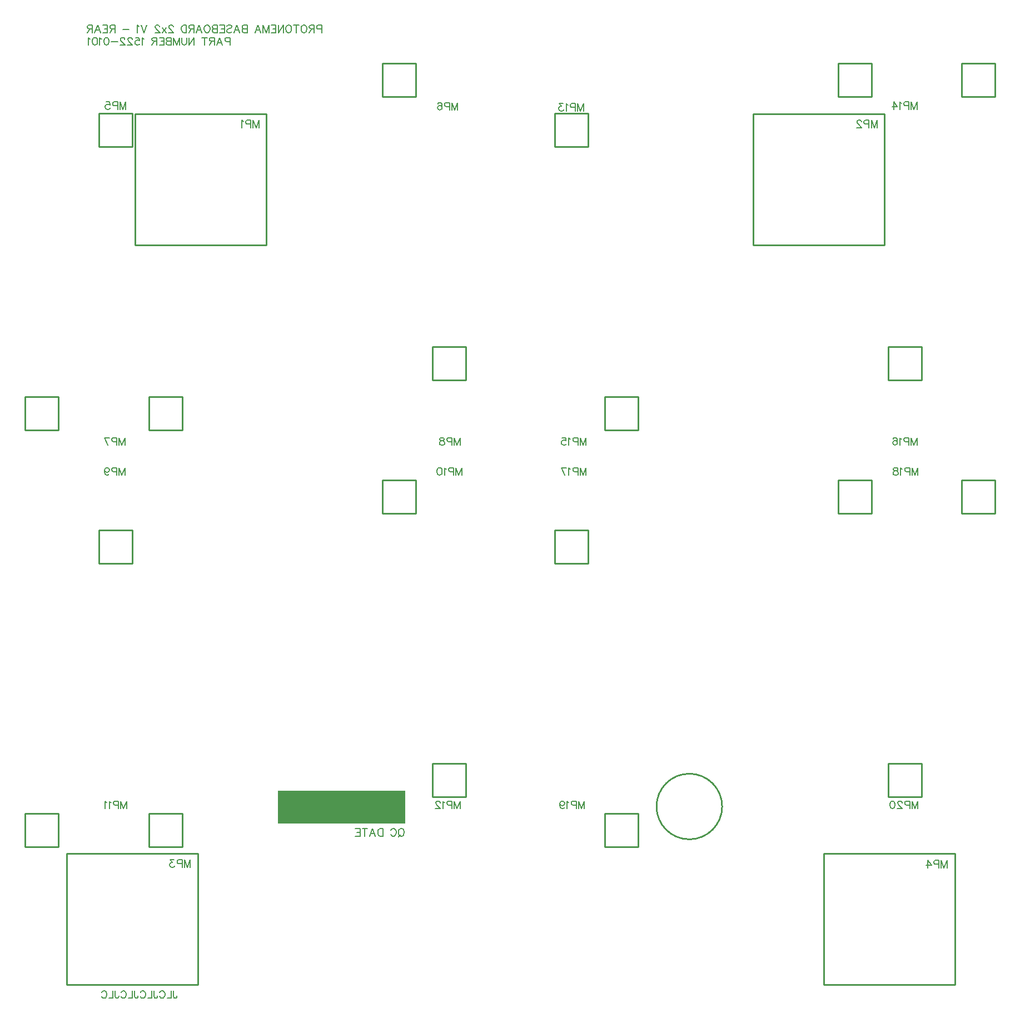
<source format=gbo>
G04 Layer: BottomSilkscreenLayer*
G04 EasyEDA v6.5.22, 2022-12-22 23:10:47*
G04 4902e46d55d74f8ba2e09136355efd4f,5a6b42c53f6a479593ecc07194224c93,10*
G04 Gerber Generator version 0.2*
G04 Scale: 100 percent, Rotated: No, Reflected: No *
G04 Dimensions in millimeters *
G04 leading zeros omitted , absolute positions ,4 integer and 5 decimal *
%FSLAX45Y45*%
%MOMM*%

%ADD10C,0.2032*%
%ADD11C,0.1524*%
%ADD12C,0.1520*%
%ADD13C,0.2540*%

%LPD*%
D10*
X8102600Y8782489D02*
G01*
X8102600Y8667945D01*
X8102600Y8782489D02*
G01*
X8058962Y8667945D01*
X8015328Y8782489D02*
G01*
X8058962Y8667945D01*
X8015328Y8782489D02*
G01*
X8015328Y8667945D01*
X7979328Y8782489D02*
G01*
X7979328Y8667945D01*
X7979328Y8782489D02*
G01*
X7930235Y8782489D01*
X7913872Y8777036D01*
X7908419Y8771582D01*
X7902963Y8760673D01*
X7902963Y8744308D01*
X7908419Y8733399D01*
X7913872Y8727945D01*
X7930235Y8722489D01*
X7979328Y8722489D01*
X7790600Y8782489D02*
G01*
X7845145Y8667945D01*
X7866964Y8782489D02*
G01*
X7790600Y8782489D01*
X13208000Y8782489D02*
G01*
X13208000Y8667945D01*
X13208000Y8782489D02*
G01*
X13164362Y8667945D01*
X13120728Y8782489D02*
G01*
X13164362Y8667945D01*
X13120728Y8782489D02*
G01*
X13120728Y8667945D01*
X13084728Y8782489D02*
G01*
X13084728Y8667945D01*
X13084728Y8782489D02*
G01*
X13035635Y8782489D01*
X13019272Y8777036D01*
X13013819Y8771582D01*
X13008363Y8760673D01*
X13008363Y8744308D01*
X13013819Y8733399D01*
X13019272Y8727945D01*
X13035635Y8722489D01*
X13084728Y8722489D01*
X12945092Y8782489D02*
G01*
X12961454Y8777036D01*
X12966910Y8766126D01*
X12966910Y8755217D01*
X12961454Y8744308D01*
X12950545Y8738854D01*
X12928727Y8733399D01*
X12912364Y8727945D01*
X12901455Y8717036D01*
X12896000Y8706126D01*
X12896000Y8689764D01*
X12901455Y8678854D01*
X12906910Y8673399D01*
X12923273Y8667945D01*
X12945092Y8667945D01*
X12961454Y8673399D01*
X12966910Y8678854D01*
X12972364Y8689764D01*
X12972364Y8706126D01*
X12966910Y8717036D01*
X12956000Y8727945D01*
X12939636Y8733399D01*
X12917817Y8738854D01*
X12906910Y8744308D01*
X12901455Y8755217D01*
X12901455Y8766126D01*
X12906910Y8777036D01*
X12923273Y8782489D01*
X12945092Y8782489D01*
X8102600Y8325289D02*
G01*
X8102600Y8210745D01*
X8102600Y8325289D02*
G01*
X8058962Y8210745D01*
X8015328Y8325289D02*
G01*
X8058962Y8210745D01*
X8015328Y8325289D02*
G01*
X8015328Y8210745D01*
X7979328Y8325289D02*
G01*
X7979328Y8210745D01*
X7979328Y8325289D02*
G01*
X7930235Y8325289D01*
X7913872Y8319836D01*
X7908419Y8314382D01*
X7902963Y8303473D01*
X7902963Y8287108D01*
X7908419Y8276198D01*
X7913872Y8270745D01*
X7930235Y8265289D01*
X7979328Y8265289D01*
X7796055Y8287108D02*
G01*
X7801510Y8270745D01*
X7812417Y8259836D01*
X7828782Y8254382D01*
X7834236Y8254382D01*
X7850601Y8259836D01*
X7861510Y8270745D01*
X7866964Y8287108D01*
X7866964Y8292564D01*
X7861510Y8308926D01*
X7850601Y8319836D01*
X7834236Y8325289D01*
X7828782Y8325289D01*
X7812417Y8319836D01*
X7801510Y8308926D01*
X7796055Y8287108D01*
X7796055Y8259836D01*
X7801510Y8232564D01*
X7812417Y8216198D01*
X7828782Y8210745D01*
X7839692Y8210745D01*
X7856054Y8216198D01*
X7861510Y8227108D01*
X13233400Y8325289D02*
G01*
X13233400Y8210745D01*
X13233400Y8325289D02*
G01*
X13189762Y8210745D01*
X13146128Y8325289D02*
G01*
X13189762Y8210745D01*
X13146128Y8325289D02*
G01*
X13146128Y8210745D01*
X13110128Y8325289D02*
G01*
X13110128Y8210745D01*
X13110128Y8325289D02*
G01*
X13061035Y8325289D01*
X13044672Y8319836D01*
X13039219Y8314382D01*
X13033763Y8303473D01*
X13033763Y8287108D01*
X13039219Y8276199D01*
X13044672Y8270745D01*
X13061035Y8265289D01*
X13110128Y8265289D01*
X12997764Y8303473D02*
G01*
X12986854Y8308926D01*
X12970492Y8325289D01*
X12970492Y8210745D01*
X12901764Y8325289D02*
G01*
X12918127Y8319836D01*
X12929036Y8303473D01*
X12934490Y8276199D01*
X12934490Y8259836D01*
X12929036Y8232564D01*
X12918127Y8216199D01*
X12901764Y8210745D01*
X12890855Y8210745D01*
X12874490Y8216199D01*
X12863583Y8232564D01*
X12858127Y8259836D01*
X12858127Y8276199D01*
X12863583Y8303473D01*
X12874490Y8319836D01*
X12890855Y8325289D01*
X12901764Y8325289D01*
X8128000Y3245289D02*
G01*
X8128000Y3130745D01*
X8128000Y3245289D02*
G01*
X8084362Y3130745D01*
X8040728Y3245289D02*
G01*
X8084362Y3130745D01*
X8040728Y3245289D02*
G01*
X8040728Y3130745D01*
X8004728Y3245289D02*
G01*
X8004728Y3130745D01*
X8004728Y3245289D02*
G01*
X7955635Y3245289D01*
X7939272Y3239836D01*
X7933819Y3234382D01*
X7928363Y3223473D01*
X7928363Y3207108D01*
X7933819Y3196198D01*
X7939272Y3190745D01*
X7955635Y3185289D01*
X8004728Y3185289D01*
X7892364Y3223473D02*
G01*
X7881454Y3228926D01*
X7865092Y3245289D01*
X7865092Y3130745D01*
X7829090Y3223473D02*
G01*
X7818183Y3228926D01*
X7801818Y3245289D01*
X7801818Y3130745D01*
X15125700Y8782489D02*
G01*
X15125700Y8667945D01*
X15125700Y8782489D02*
G01*
X15082062Y8667945D01*
X15038428Y8782489D02*
G01*
X15082062Y8667945D01*
X15038428Y8782489D02*
G01*
X15038428Y8667945D01*
X15002428Y8782489D02*
G01*
X15002428Y8667945D01*
X15002428Y8782489D02*
G01*
X14953335Y8782489D01*
X14936972Y8777036D01*
X14931519Y8771582D01*
X14926063Y8760673D01*
X14926063Y8744308D01*
X14931519Y8733399D01*
X14936972Y8727945D01*
X14953335Y8722489D01*
X15002428Y8722489D01*
X14890064Y8760673D02*
G01*
X14879154Y8766126D01*
X14862792Y8782489D01*
X14862792Y8667945D01*
X14761336Y8782489D02*
G01*
X14815883Y8782489D01*
X14821336Y8733399D01*
X14815883Y8738854D01*
X14799518Y8744308D01*
X14783155Y8744308D01*
X14766790Y8738854D01*
X14755883Y8727945D01*
X14750427Y8711582D01*
X14750427Y8700673D01*
X14755883Y8684308D01*
X14766790Y8673399D01*
X14783155Y8667945D01*
X14799518Y8667945D01*
X14815883Y8673399D01*
X14821336Y8678854D01*
X14826790Y8689764D01*
X20167600Y8782489D02*
G01*
X20167600Y8667945D01*
X20167600Y8782489D02*
G01*
X20123962Y8667945D01*
X20080328Y8782489D02*
G01*
X20123962Y8667945D01*
X20080328Y8782489D02*
G01*
X20080328Y8667945D01*
X20044328Y8782489D02*
G01*
X20044328Y8667945D01*
X20044328Y8782489D02*
G01*
X19995235Y8782489D01*
X19978872Y8777036D01*
X19973419Y8771582D01*
X19967963Y8760673D01*
X19967963Y8744308D01*
X19973419Y8733398D01*
X19978872Y8727945D01*
X19995235Y8722489D01*
X20044328Y8722489D01*
X19931964Y8760673D02*
G01*
X19921054Y8766126D01*
X19904692Y8782489D01*
X19904692Y8667945D01*
X19803236Y8766126D02*
G01*
X19808690Y8777036D01*
X19825055Y8782489D01*
X19835964Y8782489D01*
X19852327Y8777036D01*
X19863236Y8760673D01*
X19868690Y8733398D01*
X19868690Y8706126D01*
X19863236Y8684308D01*
X19852327Y8673398D01*
X19835964Y8667945D01*
X19830508Y8667945D01*
X19814146Y8673398D01*
X19803236Y8684308D01*
X19797783Y8700673D01*
X19797783Y8706126D01*
X19803236Y8722489D01*
X19814146Y8733398D01*
X19830508Y8738854D01*
X19835964Y8738854D01*
X19852327Y8733398D01*
X19863236Y8722489D01*
X19868690Y8706126D01*
X15126995Y8325289D02*
G01*
X15126995Y8210745D01*
X15126995Y8325289D02*
G01*
X15083358Y8210745D01*
X15039723Y8325289D02*
G01*
X15083358Y8210745D01*
X15039723Y8325289D02*
G01*
X15039723Y8210745D01*
X15003724Y8325289D02*
G01*
X15003724Y8210745D01*
X15003724Y8325289D02*
G01*
X14954631Y8325289D01*
X14938268Y8319836D01*
X14932814Y8314382D01*
X14927359Y8303473D01*
X14927359Y8287108D01*
X14932814Y8276199D01*
X14938268Y8270745D01*
X14954631Y8265289D01*
X15003724Y8265289D01*
X14891359Y8303473D02*
G01*
X14880450Y8308926D01*
X14864087Y8325289D01*
X14864087Y8210745D01*
X14751723Y8325289D02*
G01*
X14806269Y8210745D01*
X14828085Y8325289D02*
G01*
X14751723Y8325289D01*
X20180300Y8325289D02*
G01*
X20180300Y8210745D01*
X20180300Y8325289D02*
G01*
X20136662Y8210745D01*
X20093028Y8325289D02*
G01*
X20136662Y8210745D01*
X20093028Y8325289D02*
G01*
X20093028Y8210745D01*
X20057028Y8325289D02*
G01*
X20057028Y8210745D01*
X20057028Y8325289D02*
G01*
X20007935Y8325289D01*
X19991572Y8319836D01*
X19986119Y8314382D01*
X19980663Y8303473D01*
X19980663Y8287108D01*
X19986119Y8276198D01*
X19991572Y8270745D01*
X20007935Y8265289D01*
X20057028Y8265289D01*
X19944664Y8303473D02*
G01*
X19933754Y8308926D01*
X19917392Y8325289D01*
X19917392Y8210745D01*
X19854118Y8325289D02*
G01*
X19870483Y8319836D01*
X19875936Y8308926D01*
X19875936Y8298017D01*
X19870483Y8287108D01*
X19859574Y8281654D01*
X19837755Y8276198D01*
X19821390Y8270745D01*
X19810483Y8259836D01*
X19805027Y8248926D01*
X19805027Y8232564D01*
X19810483Y8221654D01*
X19815936Y8216198D01*
X19832299Y8210745D01*
X19854118Y8210745D01*
X19870483Y8216198D01*
X19875936Y8221654D01*
X19881390Y8232564D01*
X19881390Y8248926D01*
X19875936Y8259836D01*
X19865027Y8270745D01*
X19848664Y8276198D01*
X19826846Y8281654D01*
X19815936Y8287108D01*
X19810483Y8298017D01*
X19810483Y8308926D01*
X19815936Y8319836D01*
X19832299Y8325289D01*
X19854118Y8325289D01*
X15100300Y3245289D02*
G01*
X15100300Y3130745D01*
X15100300Y3245289D02*
G01*
X15056662Y3130745D01*
X15013028Y3245289D02*
G01*
X15056662Y3130745D01*
X15013028Y3245289D02*
G01*
X15013028Y3130745D01*
X14977028Y3245289D02*
G01*
X14977028Y3130745D01*
X14977028Y3245289D02*
G01*
X14927935Y3245289D01*
X14911572Y3239836D01*
X14906119Y3234382D01*
X14900663Y3223473D01*
X14900663Y3207108D01*
X14906119Y3196198D01*
X14911572Y3190745D01*
X14927935Y3185289D01*
X14977028Y3185289D01*
X14864664Y3223473D02*
G01*
X14853754Y3228926D01*
X14837392Y3245289D01*
X14837392Y3130745D01*
X14730483Y3207108D02*
G01*
X14735936Y3190745D01*
X14746846Y3179836D01*
X14763208Y3174382D01*
X14768664Y3174382D01*
X14785027Y3179836D01*
X14795936Y3190745D01*
X14801390Y3207108D01*
X14801390Y3212564D01*
X14795936Y3228926D01*
X14785027Y3239836D01*
X14768664Y3245289D01*
X14763208Y3245289D01*
X14746846Y3239836D01*
X14735936Y3228926D01*
X14730483Y3207108D01*
X14730483Y3179836D01*
X14735936Y3152564D01*
X14746846Y3136198D01*
X14763208Y3130745D01*
X14774118Y3130745D01*
X14790483Y3136198D01*
X14795936Y3147108D01*
X20180300Y3245289D02*
G01*
X20180300Y3130745D01*
X20180300Y3245289D02*
G01*
X20136662Y3130745D01*
X20093028Y3245289D02*
G01*
X20136662Y3130745D01*
X20093028Y3245289D02*
G01*
X20093028Y3130745D01*
X20057028Y3245289D02*
G01*
X20057028Y3130745D01*
X20057028Y3245289D02*
G01*
X20007935Y3245289D01*
X19991572Y3239836D01*
X19986119Y3234382D01*
X19980663Y3223473D01*
X19980663Y3207108D01*
X19986119Y3196199D01*
X19991572Y3190745D01*
X20007935Y3185289D01*
X20057028Y3185289D01*
X19939210Y3218017D02*
G01*
X19939210Y3223473D01*
X19933754Y3234382D01*
X19928300Y3239836D01*
X19917392Y3245289D01*
X19895573Y3245289D01*
X19884664Y3239836D01*
X19879210Y3234382D01*
X19873755Y3223473D01*
X19873755Y3212564D01*
X19879210Y3201654D01*
X19890117Y3185289D01*
X19944664Y3130745D01*
X19868300Y3130745D01*
X19799574Y3245289D02*
G01*
X19815936Y3239836D01*
X19826846Y3223473D01*
X19832300Y3196199D01*
X19832300Y3179836D01*
X19826846Y3152564D01*
X19815936Y3136199D01*
X19799574Y3130745D01*
X19788665Y3130745D01*
X19772299Y3136199D01*
X19761390Y3152564D01*
X19755937Y3179836D01*
X19755937Y3196199D01*
X19761390Y3223473D01*
X19772299Y3239836D01*
X19788665Y3245289D01*
X19799574Y3245289D01*
X13208000Y3245289D02*
G01*
X13208000Y3130745D01*
X13208000Y3245289D02*
G01*
X13164362Y3130745D01*
X13120728Y3245289D02*
G01*
X13164362Y3130745D01*
X13120728Y3245289D02*
G01*
X13120728Y3130745D01*
X13084728Y3245289D02*
G01*
X13084728Y3130745D01*
X13084728Y3245289D02*
G01*
X13035635Y3245289D01*
X13019272Y3239836D01*
X13013819Y3234382D01*
X13008363Y3223473D01*
X13008363Y3207108D01*
X13013819Y3196199D01*
X13019272Y3190745D01*
X13035635Y3185289D01*
X13084728Y3185289D01*
X12972364Y3223473D02*
G01*
X12961454Y3228926D01*
X12945092Y3245289D01*
X12945092Y3130745D01*
X12903636Y3218017D02*
G01*
X12903636Y3223473D01*
X12898183Y3234382D01*
X12892727Y3239836D01*
X12881818Y3245289D01*
X12860000Y3245289D01*
X12849090Y3239836D01*
X12843636Y3234382D01*
X12838183Y3223473D01*
X12838183Y3212564D01*
X12843636Y3201654D01*
X12854546Y3185289D01*
X12909090Y3130745D01*
X12832727Y3130745D01*
D11*
X12324372Y2826189D02*
G01*
X12335281Y2820736D01*
X12346190Y2809826D01*
X12351646Y2798917D01*
X12357100Y2782554D01*
X12357100Y2755282D01*
X12351646Y2738917D01*
X12346190Y2728008D01*
X12335281Y2717098D01*
X12324372Y2711645D01*
X12302553Y2711645D01*
X12291646Y2717098D01*
X12280737Y2728008D01*
X12275281Y2738917D01*
X12269828Y2755282D01*
X12269828Y2782554D01*
X12275281Y2798917D01*
X12280737Y2809826D01*
X12291646Y2820736D01*
X12302553Y2826189D01*
X12324372Y2826189D01*
X12308009Y2733464D02*
G01*
X12275281Y2700736D01*
X12152010Y2798917D02*
G01*
X12157463Y2809826D01*
X12168372Y2820736D01*
X12179282Y2826189D01*
X12201100Y2826189D01*
X12212010Y2820736D01*
X12222919Y2809826D01*
X12228372Y2798917D01*
X12233828Y2782554D01*
X12233828Y2755282D01*
X12228372Y2738917D01*
X12222919Y2728008D01*
X12212010Y2717098D01*
X12201100Y2711645D01*
X12179282Y2711645D01*
X12168372Y2717098D01*
X12157463Y2728008D01*
X12152010Y2738917D01*
X12032010Y2826189D02*
G01*
X12032010Y2711645D01*
X12032010Y2826189D02*
G01*
X11993829Y2826189D01*
X11977463Y2820736D01*
X11966554Y2809826D01*
X11961101Y2798917D01*
X11955645Y2782554D01*
X11955645Y2755282D01*
X11961101Y2738917D01*
X11966554Y2728008D01*
X11977463Y2717098D01*
X11993829Y2711645D01*
X12032010Y2711645D01*
X11876011Y2826189D02*
G01*
X11919645Y2711645D01*
X11876011Y2826189D02*
G01*
X11832374Y2711645D01*
X11903283Y2749826D02*
G01*
X11848736Y2749826D01*
X11758190Y2826189D02*
G01*
X11758190Y2711645D01*
X11796374Y2826189D02*
G01*
X11720009Y2826189D01*
X11684010Y2826189D02*
G01*
X11684010Y2711645D01*
X11684010Y2826189D02*
G01*
X11613100Y2826189D01*
X11684010Y2771645D02*
G01*
X11640372Y2771645D01*
X11684010Y2711645D02*
G01*
X11613100Y2711645D01*
D10*
X9098102Y2351184D02*
G01*
X9098102Y2236640D01*
X9098102Y2351184D02*
G01*
X9054465Y2236640D01*
X9010830Y2351184D02*
G01*
X9054465Y2236640D01*
X9010830Y2351184D02*
G01*
X9010830Y2236640D01*
X8974830Y2351184D02*
G01*
X8974830Y2236640D01*
X8974830Y2351184D02*
G01*
X8925737Y2351184D01*
X8909375Y2345730D01*
X8903921Y2340277D01*
X8898465Y2329367D01*
X8898465Y2313002D01*
X8903921Y2302093D01*
X8909375Y2296640D01*
X8925737Y2291184D01*
X8974830Y2291184D01*
X8851557Y2351184D02*
G01*
X8791557Y2351184D01*
X8824285Y2307549D01*
X8807919Y2307549D01*
X8797013Y2302093D01*
X8791557Y2296640D01*
X8786103Y2280277D01*
X8786103Y2269368D01*
X8791557Y2253002D01*
X8802466Y2242093D01*
X8818829Y2236640D01*
X8835194Y2236640D01*
X8851557Y2242093D01*
X8857013Y2247549D01*
X8862466Y2258458D01*
X20624800Y2343589D02*
G01*
X20624800Y2229045D01*
X20624800Y2343589D02*
G01*
X20581162Y2229045D01*
X20537528Y2343589D02*
G01*
X20581162Y2229045D01*
X20537528Y2343589D02*
G01*
X20537528Y2229045D01*
X20501528Y2343589D02*
G01*
X20501528Y2229045D01*
X20501528Y2343589D02*
G01*
X20452435Y2343589D01*
X20436072Y2338136D01*
X20430619Y2332682D01*
X20425163Y2321773D01*
X20425163Y2305408D01*
X20430619Y2294498D01*
X20436072Y2289045D01*
X20452435Y2283589D01*
X20501528Y2283589D01*
X20334617Y2343589D02*
G01*
X20389164Y2267226D01*
X20307345Y2267226D01*
X20334617Y2343589D02*
G01*
X20334617Y2229045D01*
X20167600Y13900589D02*
G01*
X20167600Y13786045D01*
X20167600Y13900589D02*
G01*
X20123962Y13786045D01*
X20080328Y13900589D02*
G01*
X20123962Y13786045D01*
X20080328Y13900589D02*
G01*
X20080328Y13786045D01*
X20044328Y13900589D02*
G01*
X20044328Y13786045D01*
X20044328Y13900589D02*
G01*
X19995235Y13900589D01*
X19978872Y13895136D01*
X19973419Y13889682D01*
X19967963Y13878773D01*
X19967963Y13862408D01*
X19973419Y13851498D01*
X19978872Y13846045D01*
X19995235Y13840589D01*
X20044328Y13840589D01*
X19931964Y13878773D02*
G01*
X19921054Y13884226D01*
X19904692Y13900589D01*
X19904692Y13786045D01*
X19814146Y13900589D02*
G01*
X19868690Y13824226D01*
X19786874Y13824226D01*
X19814146Y13900589D02*
G01*
X19814146Y13786045D01*
X15087600Y13875189D02*
G01*
X15087600Y13760645D01*
X15087600Y13875189D02*
G01*
X15043962Y13760645D01*
X15000328Y13875189D02*
G01*
X15043962Y13760645D01*
X15000328Y13875189D02*
G01*
X15000328Y13760645D01*
X14964328Y13875189D02*
G01*
X14964328Y13760645D01*
X14964328Y13875189D02*
G01*
X14915235Y13875189D01*
X14898872Y13869736D01*
X14893419Y13864282D01*
X14887963Y13853373D01*
X14887963Y13837008D01*
X14893419Y13826098D01*
X14898872Y13820645D01*
X14915235Y13815189D01*
X14964328Y13815189D01*
X14851964Y13853373D02*
G01*
X14841054Y13858826D01*
X14824692Y13875189D01*
X14824692Y13760645D01*
X14777783Y13875189D02*
G01*
X14717783Y13875189D01*
X14750508Y13831554D01*
X14734146Y13831554D01*
X14723236Y13826098D01*
X14717783Y13820645D01*
X14712327Y13804282D01*
X14712327Y13793373D01*
X14717783Y13777008D01*
X14728690Y13766098D01*
X14745055Y13760645D01*
X14761418Y13760645D01*
X14777783Y13766098D01*
X14783236Y13771554D01*
X14788690Y13782464D01*
X13169900Y13887889D02*
G01*
X13169900Y13773345D01*
X13169900Y13887889D02*
G01*
X13126262Y13773345D01*
X13082628Y13887889D02*
G01*
X13126262Y13773345D01*
X13082628Y13887889D02*
G01*
X13082628Y13773345D01*
X13046628Y13887889D02*
G01*
X13046628Y13773345D01*
X13046628Y13887889D02*
G01*
X12997535Y13887889D01*
X12981172Y13882436D01*
X12975719Y13876982D01*
X12970263Y13866073D01*
X12970263Y13849708D01*
X12975719Y13838798D01*
X12981172Y13833345D01*
X12997535Y13827889D01*
X13046628Y13827889D01*
X12868810Y13871526D02*
G01*
X12874264Y13882436D01*
X12890627Y13887889D01*
X12901536Y13887889D01*
X12917901Y13882436D01*
X12928810Y13866073D01*
X12934264Y13838798D01*
X12934264Y13811526D01*
X12928810Y13789708D01*
X12917901Y13778798D01*
X12901536Y13773345D01*
X12896082Y13773345D01*
X12879717Y13778798D01*
X12868810Y13789708D01*
X12863355Y13806073D01*
X12863355Y13811526D01*
X12868810Y13827889D01*
X12879717Y13838798D01*
X12896082Y13844254D01*
X12901536Y13844254D01*
X12917901Y13838798D01*
X12928810Y13827889D01*
X12934264Y13811526D01*
X8115300Y13900589D02*
G01*
X8115300Y13786045D01*
X8115300Y13900589D02*
G01*
X8071662Y13786045D01*
X8028028Y13900589D02*
G01*
X8071662Y13786045D01*
X8028028Y13900589D02*
G01*
X8028028Y13786045D01*
X7992028Y13900589D02*
G01*
X7992028Y13786045D01*
X7992028Y13900589D02*
G01*
X7942935Y13900589D01*
X7926572Y13895136D01*
X7921119Y13889682D01*
X7915663Y13878773D01*
X7915663Y13862408D01*
X7921119Y13851498D01*
X7926572Y13846045D01*
X7942935Y13840589D01*
X7992028Y13840589D01*
X7814210Y13900589D02*
G01*
X7868754Y13900589D01*
X7874210Y13851498D01*
X7868754Y13856954D01*
X7852392Y13862408D01*
X7836027Y13862408D01*
X7819664Y13856954D01*
X7808755Y13846045D01*
X7803301Y13829682D01*
X7803301Y13818773D01*
X7808755Y13802408D01*
X7819664Y13791498D01*
X7836027Y13786045D01*
X7852392Y13786045D01*
X7868754Y13791498D01*
X7874210Y13796954D01*
X7879664Y13807864D01*
X9702800Y14878489D02*
G01*
X9702800Y14763945D01*
X9702800Y14878489D02*
G01*
X9653709Y14878489D01*
X9637346Y14873036D01*
X9631890Y14867582D01*
X9626437Y14856673D01*
X9626437Y14840308D01*
X9631890Y14829399D01*
X9637346Y14823945D01*
X9653709Y14818489D01*
X9702800Y14818489D01*
X9546800Y14878489D02*
G01*
X9590435Y14763945D01*
X9546800Y14878489D02*
G01*
X9503163Y14763945D01*
X9574072Y14802126D02*
G01*
X9519528Y14802126D01*
X9467164Y14878489D02*
G01*
X9467164Y14763945D01*
X9467164Y14878489D02*
G01*
X9418073Y14878489D01*
X9401710Y14873036D01*
X9396255Y14867582D01*
X9390800Y14856673D01*
X9390800Y14845764D01*
X9396255Y14834854D01*
X9401710Y14829399D01*
X9418073Y14823945D01*
X9467164Y14823945D01*
X9428982Y14823945D02*
G01*
X9390800Y14763945D01*
X9316618Y14878489D02*
G01*
X9316618Y14763945D01*
X9354800Y14878489D02*
G01*
X9278437Y14878489D01*
X9158437Y14878489D02*
G01*
X9158437Y14763945D01*
X9158437Y14878489D02*
G01*
X9082074Y14763945D01*
X9082074Y14878489D02*
G01*
X9082074Y14763945D01*
X9046072Y14878489D02*
G01*
X9046072Y14796673D01*
X9040619Y14780308D01*
X9029710Y14769399D01*
X9013347Y14763945D01*
X9002438Y14763945D01*
X8986072Y14769399D01*
X8975166Y14780308D01*
X8969710Y14796673D01*
X8969710Y14878489D01*
X8933710Y14878489D02*
G01*
X8933710Y14763945D01*
X8933710Y14878489D02*
G01*
X8890073Y14763945D01*
X8846438Y14878489D02*
G01*
X8890073Y14763945D01*
X8846438Y14878489D02*
G01*
X8846438Y14763945D01*
X8810437Y14878489D02*
G01*
X8810437Y14763945D01*
X8810437Y14878489D02*
G01*
X8761346Y14878489D01*
X8744983Y14873036D01*
X8739530Y14867582D01*
X8734074Y14856673D01*
X8734074Y14845764D01*
X8739530Y14834854D01*
X8744983Y14829399D01*
X8761346Y14823945D01*
X8810437Y14823945D02*
G01*
X8761346Y14823945D01*
X8744983Y14818489D01*
X8739530Y14813036D01*
X8734074Y14802126D01*
X8734074Y14785764D01*
X8739530Y14774854D01*
X8744983Y14769399D01*
X8761346Y14763945D01*
X8810437Y14763945D01*
X8698075Y14878489D02*
G01*
X8698075Y14763945D01*
X8698075Y14878489D02*
G01*
X8627165Y14878489D01*
X8698075Y14823945D02*
G01*
X8654437Y14823945D01*
X8698075Y14763945D02*
G01*
X8627165Y14763945D01*
X8591166Y14878489D02*
G01*
X8591166Y14763945D01*
X8591166Y14878489D02*
G01*
X8542075Y14878489D01*
X8525710Y14873036D01*
X8520257Y14867582D01*
X8514801Y14856673D01*
X8514801Y14845764D01*
X8520257Y14834854D01*
X8525710Y14829399D01*
X8542075Y14823945D01*
X8591166Y14823945D01*
X8552985Y14823945D02*
G01*
X8514801Y14763945D01*
X8394801Y14856673D02*
G01*
X8383892Y14862126D01*
X8367529Y14878489D01*
X8367529Y14763945D01*
X8266074Y14878489D02*
G01*
X8320620Y14878489D01*
X8326074Y14829399D01*
X8320620Y14834854D01*
X8304258Y14840308D01*
X8287893Y14840308D01*
X8271530Y14834854D01*
X8260621Y14823945D01*
X8255167Y14807582D01*
X8255167Y14796673D01*
X8260621Y14780308D01*
X8271530Y14769399D01*
X8287893Y14763945D01*
X8304258Y14763945D01*
X8320620Y14769399D01*
X8326074Y14774854D01*
X8331530Y14785764D01*
X8213712Y14851217D02*
G01*
X8213712Y14856673D01*
X8208256Y14867582D01*
X8202802Y14873036D01*
X8191893Y14878489D01*
X8170075Y14878489D01*
X8159165Y14873036D01*
X8153712Y14867582D01*
X8148256Y14856673D01*
X8148256Y14845764D01*
X8153712Y14834854D01*
X8164621Y14818489D01*
X8219165Y14763945D01*
X8142803Y14763945D01*
X8101347Y14851217D02*
G01*
X8101347Y14856673D01*
X8095894Y14867582D01*
X8090438Y14873036D01*
X8079531Y14878489D01*
X8057713Y14878489D01*
X8046803Y14873036D01*
X8041347Y14867582D01*
X8035894Y14856673D01*
X8035894Y14845764D01*
X8041347Y14834854D01*
X8052257Y14818489D01*
X8106803Y14763945D01*
X8030438Y14763945D01*
X7994439Y14813036D02*
G01*
X7896258Y14813036D01*
X7827530Y14878489D02*
G01*
X7843893Y14873036D01*
X7854802Y14856673D01*
X7860258Y14829399D01*
X7860258Y14813036D01*
X7854802Y14785764D01*
X7843893Y14769399D01*
X7827530Y14763945D01*
X7816621Y14763945D01*
X7800258Y14769399D01*
X7789349Y14785764D01*
X7783893Y14813036D01*
X7783893Y14829399D01*
X7789349Y14856673D01*
X7800258Y14873036D01*
X7816621Y14878489D01*
X7827530Y14878489D01*
X7747894Y14856673D02*
G01*
X7736984Y14862126D01*
X7720622Y14878489D01*
X7720622Y14763945D01*
X7651894Y14878489D02*
G01*
X7668257Y14873036D01*
X7679166Y14856673D01*
X7684622Y14829399D01*
X7684622Y14813036D01*
X7679166Y14785764D01*
X7668257Y14769399D01*
X7651894Y14763945D01*
X7640985Y14763945D01*
X7624622Y14769399D01*
X7613713Y14785764D01*
X7608257Y14813036D01*
X7608257Y14829399D01*
X7613713Y14856673D01*
X7624622Y14873036D01*
X7640985Y14878489D01*
X7651894Y14878489D01*
X7572258Y14856673D02*
G01*
X7561348Y14862126D01*
X7544986Y14878489D01*
X7544986Y14763945D01*
X11099800Y15068989D02*
G01*
X11099800Y14954445D01*
X11099800Y15068989D02*
G01*
X11050709Y15068989D01*
X11034346Y15063536D01*
X11028890Y15058082D01*
X11023437Y15047173D01*
X11023437Y15030808D01*
X11028890Y15019898D01*
X11034346Y15014445D01*
X11050709Y15008989D01*
X11099800Y15008989D01*
X10987435Y15068989D02*
G01*
X10987435Y14954445D01*
X10987435Y15068989D02*
G01*
X10938344Y15068989D01*
X10921982Y15063536D01*
X10916528Y15058082D01*
X10911072Y15047173D01*
X10911072Y15036264D01*
X10916528Y15025354D01*
X10921982Y15019898D01*
X10938344Y15014445D01*
X10987435Y15014445D01*
X10949254Y15014445D02*
G01*
X10911072Y14954445D01*
X10842345Y15068989D02*
G01*
X10853254Y15063536D01*
X10864164Y15052626D01*
X10869617Y15041717D01*
X10875073Y15025354D01*
X10875073Y14998082D01*
X10869617Y14981717D01*
X10864164Y14970808D01*
X10853254Y14959898D01*
X10842345Y14954445D01*
X10820527Y14954445D01*
X10809617Y14959898D01*
X10798710Y14970808D01*
X10793255Y14981717D01*
X10787801Y14998082D01*
X10787801Y15025354D01*
X10793255Y15041717D01*
X10798710Y15052626D01*
X10809617Y15063536D01*
X10820527Y15068989D01*
X10842345Y15068989D01*
X10713618Y15068989D02*
G01*
X10713618Y14954445D01*
X10751799Y15068989D02*
G01*
X10675437Y15068989D01*
X10606709Y15068989D02*
G01*
X10617619Y15063536D01*
X10628528Y15052626D01*
X10633981Y15041717D01*
X10639437Y15025354D01*
X10639437Y14998082D01*
X10633981Y14981717D01*
X10628528Y14970808D01*
X10617619Y14959898D01*
X10606709Y14954445D01*
X10584891Y14954445D01*
X10573981Y14959898D01*
X10563072Y14970808D01*
X10557619Y14981717D01*
X10552165Y14998082D01*
X10552165Y15025354D01*
X10557619Y15041717D01*
X10563072Y15052626D01*
X10573981Y15063536D01*
X10584891Y15068989D01*
X10606709Y15068989D01*
X10516163Y15068989D02*
G01*
X10516163Y14954445D01*
X10516163Y15068989D02*
G01*
X10439801Y14954445D01*
X10439801Y15068989D02*
G01*
X10439801Y14954445D01*
X10403801Y15068989D02*
G01*
X10403801Y14954445D01*
X10403801Y15068989D02*
G01*
X10332892Y15068989D01*
X10403801Y15014445D02*
G01*
X10360164Y15014445D01*
X10403801Y14954445D02*
G01*
X10332892Y14954445D01*
X10296893Y15068989D02*
G01*
X10296893Y14954445D01*
X10296893Y15068989D02*
G01*
X10253256Y14954445D01*
X10209618Y15068989D02*
G01*
X10253256Y14954445D01*
X10209618Y15068989D02*
G01*
X10209618Y14954445D01*
X10129984Y15068989D02*
G01*
X10173619Y14954445D01*
X10129984Y15068989D02*
G01*
X10086347Y14954445D01*
X10157256Y14992626D02*
G01*
X10102710Y14992626D01*
X9966347Y15068989D02*
G01*
X9966347Y14954445D01*
X9966347Y15068989D02*
G01*
X9917257Y15068989D01*
X9900892Y15063536D01*
X9895438Y15058082D01*
X9889985Y15047173D01*
X9889985Y15036264D01*
X9895438Y15025354D01*
X9900892Y15019898D01*
X9917257Y15014445D01*
X9966347Y15014445D02*
G01*
X9917257Y15014445D01*
X9900892Y15008989D01*
X9895438Y15003536D01*
X9889985Y14992626D01*
X9889985Y14976264D01*
X9895438Y14965354D01*
X9900892Y14959898D01*
X9917257Y14954445D01*
X9966347Y14954445D01*
X9810348Y15068989D02*
G01*
X9853983Y14954445D01*
X9810348Y15068989D02*
G01*
X9766711Y14954445D01*
X9837620Y14992626D02*
G01*
X9783074Y14992626D01*
X9654349Y15052626D02*
G01*
X9665256Y15063536D01*
X9681621Y15068989D01*
X9703440Y15068989D01*
X9719802Y15063536D01*
X9730712Y15052626D01*
X9730712Y15041717D01*
X9725256Y15030808D01*
X9719802Y15025354D01*
X9708893Y15019898D01*
X9676165Y15008989D01*
X9665256Y15003536D01*
X9659802Y14998082D01*
X9654349Y14987173D01*
X9654349Y14970808D01*
X9665256Y14959898D01*
X9681621Y14954445D01*
X9703440Y14954445D01*
X9719802Y14959898D01*
X9730712Y14970808D01*
X9618347Y15068989D02*
G01*
X9618347Y14954445D01*
X9618347Y15068989D02*
G01*
X9547438Y15068989D01*
X9618347Y15014445D02*
G01*
X9574712Y15014445D01*
X9618347Y14954445D02*
G01*
X9547438Y14954445D01*
X9511438Y15068989D02*
G01*
X9511438Y14954445D01*
X9511438Y15068989D02*
G01*
X9462348Y15068989D01*
X9445985Y15063536D01*
X9440529Y15058082D01*
X9435076Y15047173D01*
X9435076Y15036264D01*
X9440529Y15025354D01*
X9445985Y15019898D01*
X9462348Y15014445D01*
X9511438Y15014445D02*
G01*
X9462348Y15014445D01*
X9445985Y15008989D01*
X9440529Y15003536D01*
X9435076Y14992626D01*
X9435076Y14976264D01*
X9440529Y14965354D01*
X9445985Y14959898D01*
X9462348Y14954445D01*
X9511438Y14954445D01*
X9366349Y15068989D02*
G01*
X9377258Y15063536D01*
X9388167Y15052626D01*
X9393621Y15041717D01*
X9399076Y15025354D01*
X9399076Y14998082D01*
X9393621Y14981717D01*
X9388167Y14970808D01*
X9377258Y14959898D01*
X9366349Y14954445D01*
X9344530Y14954445D01*
X9333621Y14959898D01*
X9322711Y14970808D01*
X9317258Y14981717D01*
X9311802Y14998082D01*
X9311802Y15025354D01*
X9317258Y15041717D01*
X9322711Y15052626D01*
X9333621Y15063536D01*
X9344530Y15068989D01*
X9366349Y15068989D01*
X9232168Y15068989D02*
G01*
X9275803Y14954445D01*
X9232168Y15068989D02*
G01*
X9188531Y14954445D01*
X9259440Y14992626D02*
G01*
X9204893Y14992626D01*
X9152531Y15068989D02*
G01*
X9152531Y14954445D01*
X9152531Y15068989D02*
G01*
X9103441Y15068989D01*
X9087076Y15063536D01*
X9081622Y15058082D01*
X9076166Y15047173D01*
X9076166Y15036264D01*
X9081622Y15025354D01*
X9087076Y15019898D01*
X9103441Y15014445D01*
X9152531Y15014445D01*
X9114350Y15014445D02*
G01*
X9076166Y14954445D01*
X9040167Y15068989D02*
G01*
X9040167Y14954445D01*
X9040167Y15068989D02*
G01*
X9001986Y15068989D01*
X8985623Y15063536D01*
X8974714Y15052626D01*
X8969258Y15041717D01*
X8963804Y15025354D01*
X8963804Y14998082D01*
X8969258Y14981717D01*
X8974714Y14970808D01*
X8985623Y14959898D01*
X9001986Y14954445D01*
X9040167Y14954445D01*
X8838349Y15041717D02*
G01*
X8838349Y15047173D01*
X8832895Y15058082D01*
X8827439Y15063536D01*
X8816533Y15068989D01*
X8794714Y15068989D01*
X8783805Y15063536D01*
X8778349Y15058082D01*
X8772895Y15047173D01*
X8772895Y15036264D01*
X8778349Y15025354D01*
X8789258Y15008989D01*
X8843805Y14954445D01*
X8767439Y14954445D01*
X8731440Y15030808D02*
G01*
X8671440Y14954445D01*
X8671440Y15030808D02*
G01*
X8731440Y14954445D01*
X8629987Y15041717D02*
G01*
X8629987Y15047173D01*
X8624531Y15058082D01*
X8619078Y15063536D01*
X8608169Y15068989D01*
X8586350Y15068989D01*
X8575441Y15063536D01*
X8569987Y15058082D01*
X8564532Y15047173D01*
X8564532Y15036264D01*
X8569987Y15025354D01*
X8580894Y15008989D01*
X8635441Y14954445D01*
X8559078Y14954445D01*
X8439078Y15068989D02*
G01*
X8395441Y14954445D01*
X8351804Y15068989D02*
G01*
X8395441Y14954445D01*
X8315805Y15047173D02*
G01*
X8304895Y15052626D01*
X8288533Y15068989D01*
X8288533Y14954445D01*
X8168533Y15003536D02*
G01*
X8070352Y15003536D01*
X7950352Y15068989D02*
G01*
X7950352Y14954445D01*
X7950352Y15068989D02*
G01*
X7901261Y15068989D01*
X7884896Y15063536D01*
X7879443Y15058082D01*
X7873987Y15047173D01*
X7873987Y15036264D01*
X7879443Y15025354D01*
X7884896Y15019898D01*
X7901261Y15014445D01*
X7950352Y15014445D01*
X7912171Y15014445D02*
G01*
X7873987Y14954445D01*
X7837987Y15068989D02*
G01*
X7837987Y14954445D01*
X7837987Y15068989D02*
G01*
X7767078Y15068989D01*
X7837987Y15014445D02*
G01*
X7794353Y15014445D01*
X7837987Y14954445D02*
G01*
X7767078Y14954445D01*
X7687442Y15068989D02*
G01*
X7731079Y14954445D01*
X7687442Y15068989D02*
G01*
X7643807Y14954445D01*
X7714716Y14992626D02*
G01*
X7660170Y14992626D01*
X7607808Y15068989D02*
G01*
X7607808Y14954445D01*
X7607808Y15068989D02*
G01*
X7558717Y15068989D01*
X7542352Y15063536D01*
X7536898Y15058082D01*
X7531442Y15047173D01*
X7531442Y15036264D01*
X7536898Y15025354D01*
X7542352Y15019898D01*
X7558717Y15014445D01*
X7607808Y15014445D01*
X7569624Y15014445D02*
G01*
X7531442Y14954445D01*
X10144099Y13620788D02*
G01*
X10144099Y13506244D01*
X10144099Y13620788D02*
G01*
X10100462Y13506244D01*
X10056827Y13620788D02*
G01*
X10100462Y13506244D01*
X10056827Y13620788D02*
G01*
X10056827Y13506244D01*
X10020828Y13620788D02*
G01*
X10020828Y13506244D01*
X10020828Y13620788D02*
G01*
X9971735Y13620788D01*
X9955372Y13615334D01*
X9949919Y13609881D01*
X9944463Y13598972D01*
X9944463Y13582606D01*
X9949919Y13571697D01*
X9955372Y13566244D01*
X9971735Y13560788D01*
X10020828Y13560788D01*
X9908463Y13598972D02*
G01*
X9897554Y13604425D01*
X9881191Y13620788D01*
X9881191Y13506244D01*
X19561200Y13620788D02*
G01*
X19561200Y13506244D01*
X19561200Y13620788D02*
G01*
X19517563Y13506244D01*
X19473928Y13620788D02*
G01*
X19517563Y13506244D01*
X19473928Y13620788D02*
G01*
X19473928Y13506244D01*
X19437929Y13620788D02*
G01*
X19437929Y13506244D01*
X19437929Y13620788D02*
G01*
X19388836Y13620788D01*
X19372473Y13615334D01*
X19367019Y13609881D01*
X19361564Y13598972D01*
X19361564Y13582606D01*
X19367019Y13571697D01*
X19372473Y13566244D01*
X19388836Y13560788D01*
X19437929Y13560788D01*
X19320111Y13593516D02*
G01*
X19320111Y13598972D01*
X19314655Y13609881D01*
X19309201Y13615334D01*
X19298292Y13620788D01*
X19276474Y13620788D01*
X19265564Y13615334D01*
X19260111Y13609881D01*
X19254655Y13598972D01*
X19254655Y13588062D01*
X19260111Y13577153D01*
X19271018Y13560788D01*
X19325564Y13506244D01*
X19249202Y13506244D01*
D12*
X8842941Y351536D02*
G01*
X8842941Y268409D01*
X8848138Y252821D01*
X8853332Y247627D01*
X8863723Y242432D01*
X8874114Y242432D01*
X8884505Y247627D01*
X8889702Y252821D01*
X8894897Y268409D01*
X8894897Y278800D01*
X8808651Y351536D02*
G01*
X8808651Y242432D01*
X8808651Y242432D02*
G01*
X8746307Y242432D01*
X8634084Y325559D02*
G01*
X8639281Y335950D01*
X8649672Y346341D01*
X8660061Y351536D01*
X8680843Y351536D01*
X8691234Y346341D01*
X8701625Y335950D01*
X8706822Y325559D01*
X8712017Y309971D01*
X8712017Y283994D01*
X8706822Y268409D01*
X8701625Y258018D01*
X8691234Y247627D01*
X8680843Y242432D01*
X8660061Y242432D01*
X8649672Y247627D01*
X8639281Y258018D01*
X8634084Y268409D01*
X8547841Y351536D02*
G01*
X8547841Y268409D01*
X8553035Y252821D01*
X8558232Y247627D01*
X8568621Y242432D01*
X8579012Y242432D01*
X8589403Y247627D01*
X8594600Y252821D01*
X8599794Y268409D01*
X8599794Y278800D01*
X8513551Y351536D02*
G01*
X8513551Y242432D01*
X8513551Y242432D02*
G01*
X8451204Y242432D01*
X8338982Y325559D02*
G01*
X8344179Y335950D01*
X8354570Y346341D01*
X8364961Y351536D01*
X8385741Y351536D01*
X8396132Y346341D01*
X8406523Y335950D01*
X8411720Y325559D01*
X8416914Y309971D01*
X8416914Y283994D01*
X8411720Y268409D01*
X8406523Y258018D01*
X8396132Y247627D01*
X8385741Y242432D01*
X8364961Y242432D01*
X8354570Y247627D01*
X8344179Y258018D01*
X8338982Y268409D01*
X8252739Y351536D02*
G01*
X8252739Y268409D01*
X8257933Y252821D01*
X8263130Y247627D01*
X8273521Y242432D01*
X8283912Y242432D01*
X8294301Y247627D01*
X8299498Y252821D01*
X8304692Y268409D01*
X8304692Y278800D01*
X8218449Y351536D02*
G01*
X8218449Y242432D01*
X8218449Y242432D02*
G01*
X8156102Y242432D01*
X8043882Y325559D02*
G01*
X8049077Y335950D01*
X8059468Y346341D01*
X8069859Y351536D01*
X8090641Y351536D01*
X8101032Y346341D01*
X8111421Y335950D01*
X8116618Y325559D01*
X8121812Y309971D01*
X8121812Y283994D01*
X8116618Y268409D01*
X8111421Y258018D01*
X8101032Y247627D01*
X8090641Y242432D01*
X8069859Y242432D01*
X8059468Y247627D01*
X8049077Y258018D01*
X8043882Y268409D01*
X7957637Y351536D02*
G01*
X7957637Y268409D01*
X7962831Y252821D01*
X7968028Y247627D01*
X7978419Y242432D01*
X7988810Y242432D01*
X7999201Y247627D01*
X8004395Y252821D01*
X8009592Y268409D01*
X8009592Y278800D01*
X7923347Y351536D02*
G01*
X7923347Y242432D01*
X7923347Y242432D02*
G01*
X7861002Y242432D01*
X7748780Y325559D02*
G01*
X7753974Y335950D01*
X7764365Y346341D01*
X7774757Y351536D01*
X7795539Y351536D01*
X7805930Y346341D01*
X7816321Y335950D01*
X7821515Y325559D01*
X7826712Y309971D01*
X7826712Y283994D01*
X7821515Y268409D01*
X7816321Y258018D01*
X7805930Y247627D01*
X7795539Y242432D01*
X7774757Y242432D01*
X7764365Y247627D01*
X7753974Y258018D01*
X7748780Y268409D01*
D13*
G75*
G01
X17200499Y3162300D02*
G03X17200499Y3162300I-499999J0D01*
X12021997Y8133105D02*
G01*
X12529997Y8133105D01*
X12529997Y7625105D01*
X12021997Y7625105D01*
X12021997Y8133105D01*
X18966103Y8133105D02*
G01*
X19474103Y8133105D01*
X19474103Y7625105D01*
X18966103Y7625105D01*
X18966103Y8133105D01*
X7703997Y7371105D02*
G01*
X8211997Y7371105D01*
X8211997Y6863105D01*
X7703997Y6863105D01*
X7703997Y7371105D01*
X7703997Y13721105D02*
G01*
X8211997Y13721105D01*
X8211997Y13213105D01*
X7703997Y13213105D01*
X7703997Y13721105D01*
X14648103Y7371105D02*
G01*
X15156103Y7371105D01*
X15156103Y6863105D01*
X14648103Y6863105D01*
X14648103Y7371105D01*
X14648103Y13721105D02*
G01*
X15156103Y13721105D01*
X15156103Y13213105D01*
X14648103Y13213105D01*
X14648103Y13721105D01*
X8465997Y3053105D02*
G01*
X8973997Y3053105D01*
X8973997Y2545105D01*
X8465997Y2545105D01*
X8465997Y3053105D01*
X8465997Y9403105D02*
G01*
X8973997Y9403105D01*
X8973997Y8895105D01*
X8465997Y8895105D01*
X8465997Y9403105D01*
X15410103Y3053105D02*
G01*
X15918103Y3053105D01*
X15918103Y2545105D01*
X15410103Y2545105D01*
X15410103Y3053105D01*
X15410103Y9403105D02*
G01*
X15918103Y9403105D01*
X15918103Y8895105D01*
X15410103Y8895105D01*
X15410103Y9403105D01*
X6583629Y9403105D02*
G01*
X7091629Y9403105D01*
X7091629Y8895105D01*
X6583629Y8895105D01*
X6583629Y9403105D01*
X6583629Y3053105D02*
G01*
X7091629Y3053105D01*
X7091629Y2545105D01*
X6583629Y2545105D01*
X6583629Y3053105D01*
X20848497Y8133105D02*
G01*
X21356497Y8133105D01*
X21356497Y7625105D01*
X20848497Y7625105D01*
X20848497Y8133105D01*
X12783997Y3815105D02*
G01*
X13291997Y3815105D01*
X13291997Y3307105D01*
X12783997Y3307105D01*
X12783997Y3815105D01*
X19728103Y3815105D02*
G01*
X20236103Y3815105D01*
X20236103Y3307105D01*
X19728103Y3307105D01*
X19728103Y3815105D01*
X19728103Y10165105D02*
G01*
X20236103Y10165105D01*
X20236103Y9657105D01*
X19728103Y9657105D01*
X19728103Y10165105D01*
X12783997Y10165105D02*
G01*
X13291997Y10165105D01*
X13291997Y9657105D01*
X12783997Y9657105D01*
X12783997Y10165105D01*
G36*
X10436225Y3399586D02*
G01*
X12372975Y3399586D01*
X12372975Y2899587D01*
X10436225Y2899587D01*
G37*
X18750102Y2446096D02*
G01*
X20750098Y2446096D01*
X20750098Y446100D01*
X18750102Y446100D01*
X18750102Y2446096D01*
X7218502Y2446096D02*
G01*
X9218498Y2446096D01*
X9218498Y446100D01*
X7218502Y446100D01*
X7218502Y2446096D01*
X20848497Y14483105D02*
G01*
X21356497Y14483105D01*
X21356497Y13975105D01*
X20848497Y13975105D01*
X20848497Y14483105D01*
X18966103Y14483105D02*
G01*
X19474103Y14483105D01*
X19474103Y13975105D01*
X18966103Y13975105D01*
X18966103Y14483105D01*
X12021997Y14483105D02*
G01*
X12529997Y14483105D01*
X12529997Y13975105D01*
X12021997Y13975105D01*
X12021997Y14483105D01*
X8258505Y13719149D02*
G01*
X10258501Y13719149D01*
X10258501Y11719153D01*
X8258505Y11719153D01*
X8258505Y13719149D01*
X17675606Y13719149D02*
G01*
X19675602Y13719149D01*
X19675602Y11719153D01*
X17675606Y11719153D01*
X17675606Y13719149D01*
M02*

</source>
